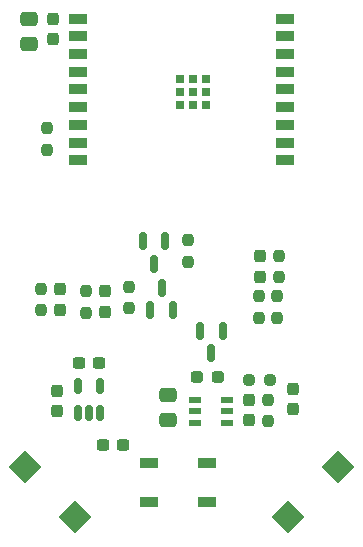
<source format=gbr>
%TF.GenerationSoftware,KiCad,Pcbnew,8.0.2*%
%TF.CreationDate,2024-05-05T16:16:47+08:00*%
%TF.ProjectId,controller,636f6e74-726f-46c6-9c65-722e6b696361,rev?*%
%TF.SameCoordinates,Original*%
%TF.FileFunction,Paste,Top*%
%TF.FilePolarity,Positive*%
%FSLAX46Y46*%
G04 Gerber Fmt 4.6, Leading zero omitted, Abs format (unit mm)*
G04 Created by KiCad (PCBNEW 8.0.2) date 2024-05-05 16:16:47*
%MOMM*%
%LPD*%
G01*
G04 APERTURE LIST*
G04 Aperture macros list*
%AMRoundRect*
0 Rectangle with rounded corners*
0 $1 Rounding radius*
0 $2 $3 $4 $5 $6 $7 $8 $9 X,Y pos of 4 corners*
0 Add a 4 corners polygon primitive as box body*
4,1,4,$2,$3,$4,$5,$6,$7,$8,$9,$2,$3,0*
0 Add four circle primitives for the rounded corners*
1,1,$1+$1,$2,$3*
1,1,$1+$1,$4,$5*
1,1,$1+$1,$6,$7*
1,1,$1+$1,$8,$9*
0 Add four rect primitives between the rounded corners*
20,1,$1+$1,$2,$3,$4,$5,0*
20,1,$1+$1,$4,$5,$6,$7,0*
20,1,$1+$1,$6,$7,$8,$9,0*
20,1,$1+$1,$8,$9,$2,$3,0*%
%AMRotRect*
0 Rectangle, with rotation*
0 The origin of the aperture is its center*
0 $1 length*
0 $2 width*
0 $3 Rotation angle, in degrees counterclockwise*
0 Add horizontal line*
21,1,$1,$2,0,0,$3*%
G04 Aperture macros list end*
%ADD10RoundRect,0.237500X0.237500X-0.300000X0.237500X0.300000X-0.237500X0.300000X-0.237500X-0.300000X0*%
%ADD11RoundRect,0.237500X-0.300000X-0.237500X0.300000X-0.237500X0.300000X0.237500X-0.300000X0.237500X0*%
%ADD12RoundRect,0.150000X0.150000X-0.512500X0.150000X0.512500X-0.150000X0.512500X-0.150000X-0.512500X0*%
%ADD13RoundRect,0.237500X0.237500X-0.250000X0.237500X0.250000X-0.237500X0.250000X-0.237500X-0.250000X0*%
%ADD14RoundRect,0.237500X0.237500X-0.287500X0.237500X0.287500X-0.237500X0.287500X-0.237500X-0.287500X0*%
%ADD15R,1.500000X0.900000*%
%ADD16RoundRect,0.150000X-0.150000X0.587500X-0.150000X-0.587500X0.150000X-0.587500X0.150000X0.587500X0*%
%ADD17RoundRect,0.250000X-0.475000X0.337500X-0.475000X-0.337500X0.475000X-0.337500X0.475000X0.337500X0*%
%ADD18RoundRect,0.237500X0.250000X0.237500X-0.250000X0.237500X-0.250000X-0.237500X0.250000X-0.237500X0*%
%ADD19RotRect,2.000000X2.000000X45.000000*%
%ADD20RoundRect,0.237500X-0.237500X0.250000X-0.237500X-0.250000X0.237500X-0.250000X0.237500X0.250000X0*%
%ADD21RoundRect,0.237500X-0.287500X-0.237500X0.287500X-0.237500X0.287500X0.237500X-0.287500X0.237500X0*%
%ADD22RoundRect,0.150000X0.150000X-0.587500X0.150000X0.587500X-0.150000X0.587500X-0.150000X-0.587500X0*%
%ADD23R,0.700000X0.700000*%
%ADD24RoundRect,0.250000X0.475000X-0.337500X0.475000X0.337500X-0.475000X0.337500X-0.475000X-0.337500X0*%
%ADD25R,1.100000X0.600000*%
%ADD26RotRect,2.000000X2.000000X135.000000*%
%ADD27RoundRect,0.237500X-0.237500X0.300000X-0.237500X-0.300000X0.237500X-0.300000X0.237500X0.300000X0*%
G04 APERTURE END LIST*
D10*
%TO.C,C7*%
X112750000Y-96225000D03*
X112750000Y-94500000D03*
%TD*%
D11*
%TO.C,C9*%
X114587500Y-92162500D03*
X116312500Y-92162500D03*
%TD*%
D12*
%TO.C,U3*%
X114500000Y-96400000D03*
X115450000Y-96400000D03*
X116400000Y-96400000D03*
X116400000Y-94125000D03*
X114500000Y-94125000D03*
%TD*%
D13*
%TO.C,R10*%
X115200000Y-87912500D03*
X115200000Y-86087500D03*
%TD*%
D14*
%TO.C,D5*%
X116840000Y-87832500D03*
X116840000Y-86082500D03*
%TD*%
D15*
%TO.C,D3*%
X120550000Y-100650000D03*
X120550000Y-103950000D03*
X125450000Y-103950000D03*
X125450000Y-100650000D03*
%TD*%
D10*
%TO.C,C4*%
X129000000Y-97012500D03*
X129000000Y-95287500D03*
%TD*%
D16*
%TO.C,Q2*%
X121887500Y-81862500D03*
X119987500Y-81862500D03*
X120937500Y-83737500D03*
%TD*%
D13*
%TO.C,R1*%
X111400000Y-87712500D03*
X111400000Y-85887500D03*
%TD*%
%TO.C,R3*%
X130600000Y-97112500D03*
X130600000Y-95287500D03*
%TD*%
%TO.C,R6*%
X129870000Y-88330000D03*
X129870000Y-86505000D03*
%TD*%
%TO.C,R8*%
X118800000Y-87512500D03*
X118800000Y-85687500D03*
%TD*%
D14*
%TO.C,D2*%
X132700000Y-94325000D03*
X132700000Y-96075000D03*
%TD*%
D17*
%TO.C,C2*%
X110400000Y-65137500D03*
X110400000Y-63062500D03*
%TD*%
D10*
%TO.C,C6*%
X129900000Y-84850000D03*
X129900000Y-83125000D03*
%TD*%
%TO.C,C1*%
X113000000Y-87662500D03*
X113000000Y-85937500D03*
%TD*%
D18*
%TO.C,R4*%
X130812500Y-93600000D03*
X128987500Y-93600000D03*
%TD*%
D19*
%TO.C,SW5*%
X132278680Y-105221320D03*
X136521320Y-100978680D03*
%TD*%
D16*
%TO.C,D4*%
X126750000Y-89425000D03*
X124850000Y-89425000D03*
X125800000Y-91300000D03*
%TD*%
D20*
%TO.C,R7*%
X131500000Y-83075000D03*
X131500000Y-84900000D03*
%TD*%
D21*
%TO.C,D1*%
X124600000Y-93350000D03*
X126350000Y-93350000D03*
%TD*%
D22*
%TO.C,Q1*%
X120650000Y-87675000D03*
X122550000Y-87675000D03*
X121600000Y-85800000D03*
%TD*%
D23*
%TO.C,U4*%
X125360000Y-70300000D03*
X125360000Y-69200000D03*
X125360000Y-68100000D03*
X124210000Y-70300000D03*
X124210000Y-69200000D03*
X124210000Y-68100000D03*
X123160000Y-70300000D03*
X123160000Y-69200000D03*
X123160000Y-68100000D03*
D15*
X132050000Y-63000000D03*
X132050000Y-64500000D03*
X132050000Y-66000000D03*
X132050000Y-67500000D03*
X132050000Y-69000000D03*
X132050000Y-70500000D03*
X132050000Y-72000000D03*
X132050000Y-73500000D03*
X132050000Y-75000000D03*
X114550000Y-75000000D03*
X114550000Y-73500000D03*
X114550000Y-72000000D03*
X114550000Y-70500000D03*
X114550000Y-69000000D03*
X114550000Y-67500000D03*
X114550000Y-66000000D03*
X114550000Y-64500000D03*
X114550000Y-63000000D03*
%TD*%
D11*
%TO.C,C11*%
X116637500Y-99100000D03*
X118362500Y-99100000D03*
%TD*%
D20*
%TO.C,R5*%
X131380000Y-86497022D03*
X131380000Y-88322022D03*
%TD*%
D24*
%TO.C,C5*%
X122150000Y-96987500D03*
X122150000Y-94912500D03*
%TD*%
D20*
%TO.C,R2*%
X111900000Y-72287500D03*
X111900000Y-74112500D03*
%TD*%
D25*
%TO.C,U1*%
X124400000Y-95300000D03*
X124400000Y-96250000D03*
X124400000Y-97200000D03*
X127100000Y-97200000D03*
X127100000Y-96250000D03*
X127100000Y-95300000D03*
%TD*%
D13*
%TO.C,R9*%
X123800000Y-83612500D03*
X123800000Y-81787500D03*
%TD*%
D26*
%TO.C,SW8*%
X114300000Y-105200000D03*
X110057360Y-100957360D03*
%TD*%
D27*
%TO.C,C3*%
X112400000Y-64762500D03*
X112400000Y-63037500D03*
%TD*%
M02*

</source>
